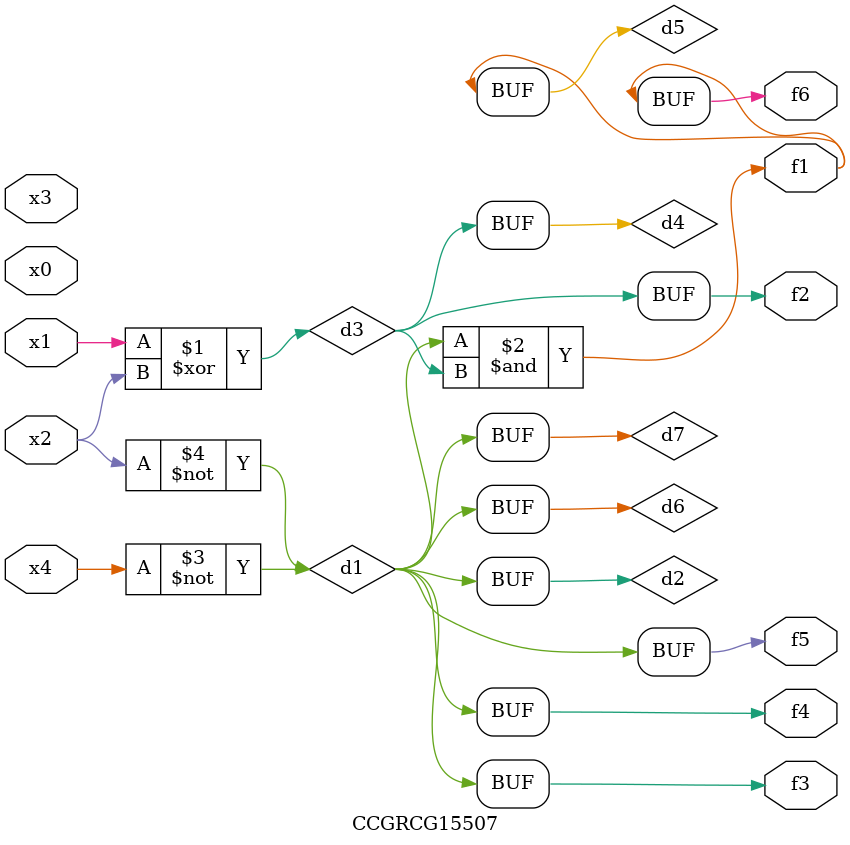
<source format=v>
module CCGRCG15507(
	input x0, x1, x2, x3, x4,
	output f1, f2, f3, f4, f5, f6
);

	wire d1, d2, d3, d4, d5, d6, d7;

	not (d1, x4);
	not (d2, x2);
	xor (d3, x1, x2);
	buf (d4, d3);
	and (d5, d1, d3);
	buf (d6, d1, d2);
	buf (d7, d2);
	assign f1 = d5;
	assign f2 = d4;
	assign f3 = d7;
	assign f4 = d7;
	assign f5 = d7;
	assign f6 = d5;
endmodule

</source>
